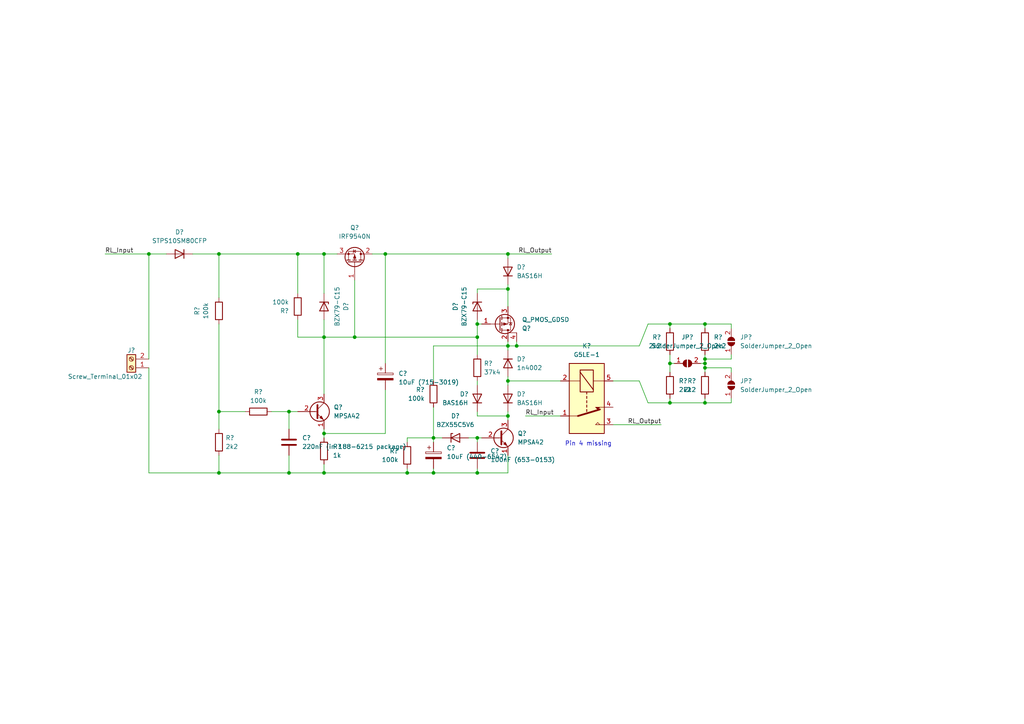
<source format=kicad_sch>
(kicad_sch (version 20211123) (generator eeschema)
  (paper "A4")
  (lib_symbols
    (symbol "Connector:Screw_Terminal_01x02" (pin_names (offset 1.016) hide)
      (property "Reference" "J" (at 0 2.54 0))
      (property "Value" "Screw_Terminal_01x02" (at 0 -5.08 0))
      (symbol "Screw_Terminal_01x02_1_1"
        (rectangle (start -1.27 1.27) (end 1.27 -3.81) (stroke (width 0.254)) (fill (type background)))
        (circle (center 0 -2.54) (radius 0.635) (stroke (width 0.1524)))
        (polyline (pts (xy -0.5334 -2.2098) (xy 0.3302 -3.048)) (stroke (width 0.1524)))
        (polyline (pts (xy -0.5334 0.3302) (xy 0.3302 -0.508)) (stroke (width 0.1524)))
        (polyline (pts (xy -0.3556 -2.032) (xy 0.508 -2.8702)) (stroke (width 0.1524)))
        (polyline (pts (xy -0.3556 0.508) (xy 0.508 -0.3302)) (stroke (width 0.1524)))
        (circle (center 0 0) (radius 0.635) (stroke (width 0.1524)))
        (pin passive line (at -5.08 0 0) (length 3.81) (name "Pin_1") (number "1"))
        (pin passive line (at -5.08 -2.54 0) (length 3.81) (name "Pin_2") (number "2"))
      )
    )
    (symbol "Device:C" (pin_numbers hide) (pin_names (offset 0.254))
      (property "Reference" "C" (at 0.635 2.54 0))
      (property "Value" "C" (at 0.635 -2.54 0))
      (symbol "C_0_1"
        (polyline (pts (xy -2.032 -0.762) (xy 2.032 -0.762)) (stroke (width 0.508)))
        (polyline (pts (xy -2.032 0.762) (xy 2.032 0.762)) (stroke (width 0.508)))
      )
      (symbol "C_1_1"
        (pin passive line (at 0 3.81 270) (length 2.794) (name "~") (number "1"))
        (pin passive line (at 0 -3.81 90) (length 2.794) (name "~") (number "2"))
      )
    )
    (symbol "Device:C_Polarized" (pin_numbers hide) (pin_names (offset 0.254))
      (property "Reference" "C" (at 0.635 2.54 0))
      (property "Value" "C_Polarized" (at 0.635 -2.54 0))
      (symbol "C_Polarized_0_1"
        (rectangle (start -2.286 0.508) (end 2.286 1.016))
        (polyline (pts (xy -1.778 2.286) (xy -0.762 2.286)))
        (polyline (pts (xy -1.27 2.794) (xy -1.27 1.778)))
        (rectangle (start 2.286 -0.508) (end -2.286 -1.016) (fill (type outline)))
      )
      (symbol "C_Polarized_1_1"
        (pin passive line (at 0 3.81 270) (length 2.794) (name "~") (number "1"))
        (pin passive line (at 0 -3.81 90) (length 2.794) (name "~") (number "2"))
      )
    )
    (symbol "Device:D" (pin_numbers hide) (pin_names (offset 1.016) hide)
      (property "Reference" "D" (at 0 2.54 0))
      (property "Value" "D" (at 0 -2.54 0))
      (symbol "D_0_1"
        (polyline (pts (xy -1.27 1.27) (xy -1.27 -1.27)) (stroke (width 0.254)))
        (polyline (pts (xy 1.27 0) (xy -1.27 0)))
        (polyline (pts (xy 1.27 1.27) (xy 1.27 -1.27) (xy -1.27 0) (xy 1.27 1.27)) (stroke (width 0.254)))
      )
      (symbol "D_1_1"
        (pin passive line (at -3.81 0 0) (length 2.54) (name "K") (number "1"))
        (pin passive line (at 3.81 0 180) (length 2.54) (name "A") (number "2"))
      )
    )
    (symbol "Device:D_Zener" (pin_numbers hide) (pin_names (offset 1.016) hide)
      (property "Reference" "D" (at 0 2.54 0))
      (property "Value" "D_Zener" (at 0 -2.54 0))
      (symbol "D_Zener_0_1"
        (polyline (pts (xy 1.27 0) (xy -1.27 0)))
        (polyline (pts (xy -1.27 -1.27) (xy -1.27 1.27) (xy -0.762 1.27)) (stroke (width 0.254)))
        (polyline (pts (xy 1.27 -1.27) (xy 1.27 1.27) (xy -1.27 0) (xy 1.27 -1.27)) (stroke (width 0.254)))
      )
      (symbol "D_Zener_1_1"
        (pin passive line (at -3.81 0 0) (length 2.54) (name "K") (number "1"))
        (pin passive line (at 3.81 0 180) (length 2.54) (name "A") (number "2"))
      )
    )
    (symbol "Device:Q_PMOS_GDSD" (pin_names (offset 0) hide)
      (property "Reference" "Q" (at 5.08 1.27 0))
      (property "Value" "Q_PMOS_GDSD" (at 5.08 -1.27 0))
      (symbol "Q_PMOS_GDSD_0_1"
        (polyline (pts (xy 0.254 0) (xy -2.54 0)))
        (polyline (pts (xy 0.254 1.905) (xy 0.254 -1.905)) (stroke (width 0.254)))
        (polyline (pts (xy 0.762 -1.27) (xy 0.762 -2.286)) (stroke (width 0.254)))
        (polyline (pts (xy 0.762 0.508) (xy 0.762 -0.508)) (stroke (width 0.254)))
        (polyline (pts (xy 0.762 2.286) (xy 0.762 1.27)) (stroke (width 0.254)))
        (polyline (pts (xy 2.54 -2.54) (xy 2.54 0) (xy 0.762 0)))
        (polyline (pts (xy 5.08 2.54) (xy 2.54 2.54) (xy 2.54 1.778)))
        (polyline (pts (xy 0.762 1.778) (xy 3.302 1.778) (xy 3.302 -1.778) (xy 0.762 -1.778)))
        (polyline (pts (xy 2.286 0) (xy 1.27 0.381) (xy 1.27 -0.381) (xy 2.286 0)) (fill (type outline)))
        (polyline (pts (xy 2.794 -0.508) (xy 2.921 -0.381) (xy 3.683 -0.381) (xy 3.81 -0.254)))
        (polyline (pts (xy 3.302 -0.381) (xy 2.921 0.254) (xy 3.683 0.254) (xy 3.302 -0.381)))
        (circle (center 1.651 0) (radius 2.794) (stroke (width 0.254)))
        (circle (center 2.54 -1.778) (radius 0.254) (fill (type outline)))
        (circle (center 2.54 1.778) (radius 0.254) (fill (type outline)))
      )
      (symbol "Q_PMOS_GDSD_1_1"
        (pin input line (at -5.08 0 0) (length 2.54) (name "G") (number "1"))
        (pin passive line (at 2.54 5.08 270) (length 2.54) (name "D") (number "2"))
        (pin passive line (at 2.54 -5.08 90) (length 2.54) (name "S") (number "3"))
        (pin passive line (at 5.08 5.08 270) (length 2.54) (name "D") (number "4"))
      )
    )
    (symbol "Device:R" (pin_numbers hide) (pin_names (offset 0))
      (property "Reference" "R" (at 2.032 0 90))
      (property "Value" "R" (at 0 0 90))
      (symbol "R_0_1"
        (rectangle (start -1.016 -2.54) (end 1.016 2.54) (stroke (width 0.254)))
      )
      (symbol "R_1_1"
        (pin passive line (at 0 3.81 270) (length 1.27) (name "~") (number "1"))
        (pin passive line (at 0 -3.81 90) (length 1.27) (name "~") (number "2"))
      )
    )
    (symbol "Jumper:SolderJumper_2_Open" (pin_names (offset 0) hide)
      (property "Reference" "JP" (at 0 2.032 0))
      (property "Value" "SolderJumper_2_Open" (at 0 -2.54 0))
      (symbol "SolderJumper_2_Open_0_1"
        (arc (start -0.254 1.016) (mid -1.27 0) (end -0.254 -1.016))
        (arc (start -0.254 1.016) (mid -1.27 0) (end -0.254 -1.016) (fill (type outline)))
        (polyline (pts (xy -0.254 1.016) (xy -0.254 -1.016)))
        (polyline (pts (xy 0.254 1.016) (xy 0.254 -1.016)))
        (arc (start 0.254 -1.016) (mid 1.27 0) (end 0.254 1.016))
        (arc (start 0.254 -1.016) (mid 1.27 0) (end 0.254 1.016) (fill (type outline)))
      )
      (symbol "SolderJumper_2_Open_1_1"
        (pin passive line (at -3.81 0 0) (length 2.54) (name "A") (number "1"))
        (pin passive line (at 3.81 0 180) (length 2.54) (name "B") (number "2"))
      )
    )
    (symbol "Relay:G5LE-1"
      (property "Reference" "K" (at 11.43 3.81 0))
      (property "Value" "G5LE-1" (at 11.43 1.27 0))
      (symbol "G5LE-1_0_0"
        (polyline (pts (xy 7.62 5.08) (xy 7.62 2.54) (xy 6.985 3.175) (xy 7.62 3.81)))
      )
      (symbol "G5LE-1_0_1"
        (rectangle (start -10.16 5.08) (end 10.16 -5.08) (stroke (width 0.254)) (fill (type background)))
        (rectangle (start -8.255 1.905) (end -1.905 -1.905) (stroke (width 0.254)))
        (polyline (pts (xy -7.62 -1.905) (xy -2.54 1.905)) (stroke (width 0.254)))
        (polyline (pts (xy -5.08 -5.08) (xy -5.08 -1.905)))
        (polyline (pts (xy -5.08 5.08) (xy -5.08 1.905)))
        (polyline (pts (xy -1.905 0) (xy -1.27 0)) (stroke (width 0.254)))
        (polyline (pts (xy -0.635 0) (xy 0 0)) (stroke (width 0.254)))
        (polyline (pts (xy 0.635 0) (xy 1.27 0)) (stroke (width 0.254)))
        (polyline (pts (xy 1.905 0) (xy 2.54 0)) (stroke (width 0.254)))
        (polyline (pts (xy 3.175 0) (xy 3.81 0)) (stroke (width 0.254)))
        (polyline (pts (xy 5.08 -2.54) (xy 3.175 3.81)) (stroke (width 0.508)))
        (polyline (pts (xy 5.08 -2.54) (xy 5.08 -5.08)))
        (polyline (pts (xy 2.54 5.08) (xy 2.54 2.54) (xy 3.175 3.175) (xy 2.54 3.81)) (fill (type outline)))
      )
      (symbol "G5LE-1_1_1"
        (pin passive line (at 5.08 -7.62 90) (length 2.54) (name "~") (number "1"))
        (pin passive line (at -5.08 -7.62 90) (length 2.54) (name "~") (number "2"))
        (pin passive line (at 7.62 7.62 270) (length 2.54) (name "~") (number "3"))
        (pin passive line (at 2.54 7.62 270) (length 2.54) (name "~") (number "4"))
        (pin passive line (at -5.08 7.62 270) (length 2.54) (name "~") (number "5"))
      )
    )
    (symbol "Transistor_BJT:MPSA42" (pin_names (offset 1.016) hide)
      (property "Reference" "Q" (at 5.08 1.905 0))
      (property "Value" "MPSA42" (at 5.08 0 0))
      (symbol "MPSA42_0_1"
        (polyline (pts (xy 0 0) (xy 0.635 0)))
        (polyline (pts (xy 0.635 0.635) (xy 2.54 2.54)))
        (polyline (pts (xy 0.635 -0.635) (xy 2.54 -2.54) (xy 2.54 -2.54)))
        (polyline (pts (xy 0.635 1.905) (xy 0.635 -1.905) (xy 0.635 -1.905)) (stroke (width 0.508)))
        (polyline (pts (xy 1.27 -1.778) (xy 1.778 -1.27) (xy 2.286 -2.286) (xy 1.27 -1.778) (xy 1.27 -1.778)) (fill (type outline)))
        (circle (center 1.27 0) (radius 2.8194) (stroke (width 0.254)))
      )
      (symbol "MPSA42_1_1"
        (pin passive line (at 2.54 -5.08 90) (length 2.54) (name "E") (number "1"))
        (pin input line (at -5.08 0 0) (length 5.08) (name "B") (number "2"))
        (pin passive line (at 2.54 5.08 270) (length 2.54) (name "C") (number "3"))
      )
    )
    (symbol "Transistor_FET:IRF9540N" (pin_names hide)
      (property "Reference" "Q" (at 5.08 1.905 0))
      (property "Value" "IRF9540N" (at 5.08 0 0))
      (symbol "IRF9540N_0_1"
        (polyline (pts (xy 0.254 0) (xy -2.54 0)))
        (polyline (pts (xy 0.254 1.905) (xy 0.254 -1.905)) (stroke (width 0.254)))
        (polyline (pts (xy 0.762 -1.27) (xy 0.762 -2.286)) (stroke (width 0.254)))
        (polyline (pts (xy 0.762 0.508) (xy 0.762 -0.508)) (stroke (width 0.254)))
        (polyline (pts (xy 0.762 2.286) (xy 0.762 1.27)) (stroke (width 0.254)))
        (polyline (pts (xy 2.54 2.54) (xy 2.54 1.778)))
        (polyline (pts (xy 2.54 -2.54) (xy 2.54 0) (xy 0.762 0)))
        (polyline (pts (xy 0.762 1.778) (xy 3.302 1.778) (xy 3.302 -1.778) (xy 0.762 -1.778)))
        (polyline (pts (xy 2.286 0) (xy 1.27 0.381) (xy 1.27 -0.381) (xy 2.286 0)) (fill (type outline)))
        (polyline (pts (xy 2.794 -0.508) (xy 2.921 -0.381) (xy 3.683 -0.381) (xy 3.81 -0.254)))
        (polyline (pts (xy 3.302 -0.381) (xy 2.921 0.254) (xy 3.683 0.254) (xy 3.302 -0.381)))
        (circle (center 1.651 0) (radius 2.794) (stroke (width 0.254)))
        (circle (center 2.54 -1.778) (radius 0.254) (fill (type outline)))
        (circle (center 2.54 1.778) (radius 0.254) (fill (type outline)))
      )
      (symbol "IRF9540N_1_1"
        (pin input line (at -5.08 0 0) (length 2.54) (name "G") (number "1"))
        (pin passive line (at 2.54 5.08 270) (length 2.54) (name "D") (number "2"))
        (pin passive line (at 2.54 -5.08 90) (length 2.54) (name "S") (number "3"))
      )
    )
  )
  (junction (at 194.31 116.84))
  (junction (at 147.32 120.65))
  (junction (at 147.32 73.66))
  (junction (at 204.47 105.41))
  (junction (at 138.43 137.16))
  (junction (at 204.47 93.98))
  (junction (at 86.36 73.66))
  (junction (at 118.11 137.16))
  (junction (at 125.73 137.16))
  (junction (at 204.47 104.14))
  (junction (at 83.82 119.38))
  (junction (at 125.73 127))
  (junction (at 93.98 125.73))
  (junction (at 194.31 93.98))
  (junction (at 147.32 110.49))
  (junction (at 63.5 73.66))
  (junction (at 93.98 137.16))
  (junction (at 138.43 93.98))
  (junction (at 147.32 100.33))
  (junction (at 204.47 116.84))
  (junction (at 83.82 137.16))
  (junction (at 147.32 83.82))
  (junction (at 93.98 97.79))
  (junction (at 138.43 97.79))
  (junction (at 111.76 73.66))
  (junction (at 93.98 73.66))
  (junction (at 149.86 100.33))
  (junction (at 63.5 137.16))
  (junction (at 63.5 119.38))
  (junction (at 138.43 127))
  (junction (at 194.31 105.41))
  (junction (at 43.18 73.66))
  (junction (at 102.87 97.79))
  (junction (at 204.47 106.68))
  (wire (pts (xy 147.32 110.49) (xy 147.32 111.76)))
  (wire (pts (xy 138.43 119.38) (xy 138.43 120.65)))
  (wire (pts (xy 111.76 73.66) (xy 111.76 105.41)))
  (wire (pts (xy 63.5 73.66) (xy 63.5 86.36)))
  (wire (pts (xy 125.73 127) (xy 128.27 127)))
  (wire (pts (xy 118.11 127) (xy 125.73 127)))
  (wire (pts (xy 83.82 137.16) (xy 93.98 137.16)))
  (wire (pts (xy 63.5 119.38) (xy 63.5 124.46)))
  (wire (pts (xy 212.09 116.84) (xy 212.09 115.57)))
  (wire (pts (xy 86.36 92.71) (xy 86.36 97.79)))
  (wire (pts (xy 204.47 104.14) (xy 212.09 104.14)))
  (wire (pts (xy 138.43 93.98) (xy 139.7 93.98)))
  (wire (pts (xy 107.95 73.66) (xy 111.76 73.66)))
  (wire (pts (xy 93.98 124.46) (xy 93.98 125.73)))
  (wire (pts (xy 147.32 119.38) (xy 147.32 120.65)))
  (wire (pts (xy 194.31 105.41) (xy 195.58 105.41)))
  (wire (pts (xy 194.31 105.41) (xy 194.31 107.95)))
  (wire (pts (xy 125.73 100.33) (xy 125.73 110.49)))
  (wire (pts (xy 147.32 120.65) (xy 147.32 121.92)))
  (wire (pts (xy 204.47 115.57) (xy 204.47 116.84)))
  (wire (pts (xy 212.09 93.98) (xy 212.09 95.25)))
  (wire (pts (xy 118.11 127) (xy 118.11 128.27)))
  (wire (pts (xy 212.09 116.84) (xy 204.47 116.84)))
  (wire (pts (xy 43.18 104.14) (xy 43.18 73.66)))
  (wire (pts (xy 111.76 73.66) (xy 147.32 73.66)))
  (wire (pts (xy 135.89 127) (xy 138.43 127)))
  (wire (pts (xy 93.98 134.62) (xy 93.98 137.16)))
  (wire (pts (xy 177.8 123.19) (xy 191.77 123.19)))
  (wire (pts (xy 63.5 132.08) (xy 63.5 137.16)))
  (wire (pts (xy 93.98 73.66) (xy 97.79 73.66)))
  (wire (pts (xy 86.36 73.66) (xy 86.36 85.09)))
  (wire (pts (xy 147.32 83.82) (xy 147.32 88.9)))
  (wire (pts (xy 147.32 99.06) (xy 147.32 100.33)))
  (wire (pts (xy 93.98 125.73) (xy 93.98 127)))
  (wire (pts (xy 102.87 97.79) (xy 102.87 81.28)))
  (wire (pts (xy 194.31 102.87) (xy 194.31 105.41)))
  (wire (pts (xy 147.32 100.33) (xy 149.86 100.33)))
  (wire (pts (xy 185.42 110.49) (xy 187.96 116.84)))
  (wire (pts (xy 93.98 97.79) (xy 93.98 114.3)))
  (wire (pts (xy 177.8 110.49) (xy 185.42 110.49)))
  (wire (pts (xy 204.47 105.41) (xy 203.2 105.41)))
  (wire (pts (xy 147.32 100.33) (xy 147.32 101.6)))
  (wire (pts (xy 204.47 95.25) (xy 204.47 93.98)))
  (wire (pts (xy 83.82 119.38) (xy 86.36 119.38)))
  (wire (pts (xy 147.32 132.08) (xy 147.32 137.16)))
  (wire (pts (xy 111.76 113.03) (xy 111.76 125.73)))
  (wire (pts (xy 63.5 119.38) (xy 71.12 119.38)))
  (wire (pts (xy 138.43 110.49) (xy 138.43 111.76)))
  (wire (pts (xy 83.82 119.38) (xy 83.82 124.46)))
  (wire (pts (xy 149.86 99.06) (xy 149.86 100.33)))
  (wire (pts (xy 149.86 100.33) (xy 185.42 100.33)))
  (wire (pts (xy 204.47 107.95) (xy 204.47 106.68)))
  (wire (pts (xy 43.18 137.16) (xy 63.5 137.16)))
  (wire (pts (xy 93.98 97.79) (xy 102.87 97.79)))
  (wire (pts (xy 147.32 73.66) (xy 160.02 73.66)))
  (wire (pts (xy 138.43 83.82) (xy 147.32 83.82)))
  (wire (pts (xy 102.87 97.79) (xy 138.43 97.79)))
  (wire (pts (xy 147.32 110.49) (xy 162.56 110.49)))
  (wire (pts (xy 125.73 137.16) (xy 138.43 137.16)))
  (wire (pts (xy 147.32 82.55) (xy 147.32 83.82)))
  (wire (pts (xy 138.43 83.82) (xy 138.43 85.09)))
  (wire (pts (xy 138.43 135.89) (xy 138.43 137.16)))
  (wire (pts (xy 138.43 92.71) (xy 138.43 93.98)))
  (wire (pts (xy 30.48 73.66) (xy 43.18 73.66)))
  (wire (pts (xy 138.43 120.65) (xy 147.32 120.65)))
  (wire (pts (xy 204.47 105.41) (xy 204.47 106.68)))
  (wire (pts (xy 63.5 73.66) (xy 86.36 73.66)))
  (wire (pts (xy 125.73 100.33) (xy 147.32 100.33)))
  (wire (pts (xy 147.32 109.22) (xy 147.32 110.49)))
  (wire (pts (xy 86.36 97.79) (xy 93.98 97.79)))
  (wire (pts (xy 187.96 93.98) (xy 194.31 93.98)))
  (wire (pts (xy 204.47 102.87) (xy 204.47 104.14)))
  (wire (pts (xy 125.73 127) (xy 125.73 128.27)))
  (wire (pts (xy 147.32 73.66) (xy 147.32 74.93)))
  (wire (pts (xy 204.47 106.68) (xy 212.09 106.68)))
  (wire (pts (xy 138.43 127) (xy 138.43 128.27)))
  (wire (pts (xy 63.5 73.66) (xy 55.88 73.66)))
  (wire (pts (xy 63.5 93.98) (xy 63.5 119.38)))
  (wire (pts (xy 83.82 132.08) (xy 83.82 137.16)))
  (wire (pts (xy 185.42 100.33) (xy 187.96 93.98)))
  (wire (pts (xy 138.43 93.98) (xy 138.43 97.79)))
  (wire (pts (xy 78.74 119.38) (xy 83.82 119.38)))
  (wire (pts (xy 138.43 137.16) (xy 147.32 137.16)))
  (wire (pts (xy 63.5 137.16) (xy 83.82 137.16)))
  (wire (pts (xy 212.09 102.87) (xy 212.09 104.14)))
  (wire (pts (xy 118.11 137.16) (xy 125.73 137.16)))
  (wire (pts (xy 212.09 93.98) (xy 204.47 93.98)))
  (wire (pts (xy 212.09 107.95) (xy 212.09 106.68)))
  (wire (pts (xy 204.47 104.14) (xy 204.47 105.41)))
  (wire (pts (xy 93.98 137.16) (xy 118.11 137.16)))
  (wire (pts (xy 86.36 73.66) (xy 93.98 73.66)))
  (wire (pts (xy 204.47 93.98) (xy 194.31 93.98)))
  (wire (pts (xy 43.18 73.66) (xy 48.26 73.66)))
  (wire (pts (xy 194.31 115.57) (xy 194.31 116.84)))
  (wire (pts (xy 194.31 93.98) (xy 194.31 95.25)))
  (wire (pts (xy 125.73 118.11) (xy 125.73 127)))
  (wire (pts (xy 187.96 116.84) (xy 194.31 116.84)))
  (wire (pts (xy 43.18 106.68) (xy 43.18 137.16)))
  (wire (pts (xy 204.47 116.84) (xy 194.31 116.84)))
  (wire (pts (xy 93.98 73.66) (xy 93.98 85.09)))
  (wire (pts (xy 118.11 135.89) (xy 118.11 137.16)))
  (wire (pts (xy 125.73 135.89) (xy 125.73 137.16)))
  (wire (pts (xy 138.43 127) (xy 139.7 127)))
  (wire (pts (xy 93.98 92.71) (xy 93.98 97.79)))
  (wire (pts (xy 93.98 125.73) (xy 111.76 125.73)))
  (wire (pts (xy 138.43 97.79) (xy 138.43 102.87)))
  (wire (pts (xy 152.4 120.65) (xy 162.56 120.65)))
  (text "Pin 4 missing" (at 163.83 129.54 0) (effects (font (size 1.27 1.27)) (justify left bottom)))
  (label "RL_Output" (at 160.02 73.66 180))
  (label "RL_Input" (at 152.4 120.65 0))
  (label "RL_Input" (at 30.48 73.66 0))
  (label "RL_Output" (at 191.77 123.19 180))
  (symbol (lib_id "Device:R") (at 63.5 90.17 180) (unit 1)
    (property "Reference" "R?" (at 57.15 90.17 90))
    (property "Value" "100k" (at 59.69 90.17 90))
  )
  (symbol (lib_id "Transistor_FET:IRF9540N") (at 102.87 76.2 270) (mirror x) (unit 1)
    (property "Reference" "Q?" (at 102.87 66.04 90))
    (property "Value" "IRF9540N" (at 102.87 68.58 90))
    (property "Footprint" "Package_TO_SOT_THT:TO-220-3_Vertical" (effects hide))
    (property "Datasheet" "http://www.irf.com/product-info/datasheets/data/irf9540n.pdf" (effects hide))
  )
  (symbol (lib_id "Device:D_Zener") (at 93.98 88.9 270) (unit 1)
    (property "Reference" "D?" (at 100.33 88.9 0))
    (property "Value" "BZX79-C15" (at 97.79 88.9 0))
  )
  (symbol (lib_id "Device:R") (at 125.73 114.3 0) (mirror x) (unit 1)
    (property "Reference" "R?" (at 123.19 113.0299 0) (effects (justify right)))
    (property "Value" "100k" (at 123.19 115.5699 0) (effects (justify right)))
  )
  (symbol (lib_id "Relay:G5LE-1") (at 170.18 115.57 270) (unit 1)
    (property "Reference" "K?" (at 170.18 100.33 90))
    (property "Value" "G5LE-1" (at 170.18 102.87 90))
    (property "Footprint" "Relay_THT:Relay_SPDT_Omron-G5LE-1" (effects hide))
    (property "Datasheet" "http://www.omron.com/ecb/products/pdf/en-g5le.pdf" (effects hide))
  )
  (symbol (lib_id "Device:R") (at 63.5 128.27 180) (unit 1)
    (property "Reference" "R?" (at 65.405 126.9999 0) (effects (justify right)))
    (property "Value" "2k2" (at 65.405 129.5399 0) (effects (justify right)))
  )
  (symbol (lib_id "Device:D") (at 147.32 78.74 90) (unit 1)
    (property "Reference" "D?" (at 149.86 77.4699 90) (effects (justify right)))
    (property "Value" "BAS16H" (at 149.86 80.0099 90) (effects (justify right)))
  )
  (symbol (lib_id "Device:C_Polarized") (at 111.76 109.22 0) (unit 1)
    (property "Reference" "C?" (at 115.57 108.3309 0) (effects (justify left)))
    (property "Value" "10uF (715-3019)" (at 115.57 110.8709 0) (effects (justify left)))
  )
  (symbol (lib_id "Device:R") (at 204.47 111.76 0) (mirror x) (unit 1)
    (property "Reference" "R?" (at 201.93 110.4899 0) (effects (justify right)))
    (property "Value" "2k2" (at 201.93 113.0299 0) (effects (justify right)))
  )
  (symbol (lib_id "Device:R") (at 138.43 106.68 180) (unit 1)
    (property "Reference" "R?" (at 140.335 105.4099 0) (effects (justify right)))
    (property "Value" "37k4" (at 140.335 107.9499 0) (effects (justify right)))
  )
  (symbol (lib_id "Device:R") (at 204.47 99.06 180) (unit 1)
    (property "Reference" "R?" (at 207.01 97.7899 0) (effects (justify right)))
    (property "Value" "2k2" (at 207.01 100.3299 0) (effects (justify right)))
  )
  (symbol (lib_id "Connector:Screw_Terminal_01x02") (at 38.1 106.68 180) (unit 1)
    (property "Reference" "J?" (at 38.1 101.6 0))
    (property "Value" "Screw_Terminal_01x02" (at 30.48 109.22 0))
    (property "Footprint" "TerminalBlock:TerminalBlock_Altech_AK300-2_P5.00mm" (effects hide))
  )
  (symbol (lib_id "Device:R") (at 74.93 119.38 270) (unit 1)
    (property "Reference" "R?" (at 74.93 113.665 90))
    (property "Value" "100k" (at 74.93 116.205 90))
  )
  (symbol (lib_id "Device:R") (at 93.98 130.81 180) (unit 1)
    (property "Reference" "R?" (at 96.52 129.5399 0) (effects (justify right)))
    (property "Value" "1k" (at 96.52 132.0799 0) (effects (justify right)))
  )
  (symbol (lib_id "Device:Q_PMOS_GDSD") (at 144.78 93.98 0) (mirror x) (unit 1)
    (property "Reference" "Q?" (at 151.384 95.2501 0) (effects (justify left)))
    (property "Value" "Q_PMOS_GDSD" (at 151.384 92.7101 0) (effects (justify left)))
  )
  (symbol (lib_id "Device:D_Zener") (at 138.43 88.9 90) (mirror x) (unit 1)
    (property "Reference" "D?" (at 132.08 88.9 0))
    (property "Value" "BZX79-C15" (at 134.62 88.9 0))
  )
  (symbol (lib_id "Device:R") (at 118.11 132.08 0) (mirror x) (unit 1)
    (property "Reference" "R?" (at 115.57 130.8099 0) (effects (justify right)))
    (property "Value" "100k" (at 115.57 133.3499 0) (effects (justify right)))
  )
  (symbol (lib_id "Device:D") (at 52.07 73.66 180) (unit 1)
    (property "Reference" "D?" (at 52.07 67.31 0))
    (property "Value" "STPS10SM80CFP" (at 52.07 69.85 0))
  )
  (symbol (lib_id "Device:R") (at 194.31 99.06 0) (mirror x) (unit 1)
    (property "Reference" "R?" (at 191.77 97.7899 0) (effects (justify right)))
    (property "Value" "2k2" (at 191.77 100.3299 0) (effects (justify right)))
  )
  (symbol (lib_id "Transistor_BJT:MPSA42") (at 144.78 127 0) (unit 1)
    (property "Reference" "Q?" (at 150.114 125.7299 0) (effects (justify left)))
    (property "Value" "MPSA42" (at 150.114 128.2699 0) (effects (justify left)))
    (property "Footprint" "Package_TO_SOT_THT:TO-92_Inline" (effects hide))
    (property "Datasheet" "http://www.onsemi.com/pub_link/Collateral/MPSA42-D.PDF" (effects hide))
  )
  (symbol (lib_id "Transistor_BJT:MPSA42") (at 91.44 119.38 0) (unit 1)
    (property "Reference" "Q?" (at 96.774 118.1099 0) (effects (justify left)))
    (property "Value" "MPSA42" (at 96.774 120.6499 0) (effects (justify left)))
    (property "Footprint" "Package_TO_SOT_THT:TO-92_Inline" (effects hide))
    (property "Datasheet" "http://www.onsemi.com/pub_link/Collateral/MPSA42-D.PDF" (effects hide))
  )
  (symbol (lib_id "Device:C") (at 83.82 128.27 0) (unit 1)
    (property "Reference" "C?" (at 87.63 126.9999 0) (effects (justify left)))
    (property "Value" "220nF (in 188-6215 package)" (at 87.63 129.5399 0) (effects (justify left)))
  )
  (symbol (lib_id "Jumper:SolderJumper_2_Open") (at 212.09 99.06 90) (unit 1)
    (property "Reference" "JP?" (at 214.63 97.7899 90) (effects (justify right)))
    (property "Value" "SolderJumper_2_Open" (at 214.63 100.3299 90) (effects (justify right)))
  )
  (symbol (lib_id "Device:R") (at 194.31 111.76 180) (unit 1)
    (property "Reference" "R?" (at 196.85 110.4899 0) (effects (justify right)))
    (property "Value" "2k2" (at 196.85 113.0299 0) (effects (justify right)))
  )
  (symbol (lib_id "Device:D") (at 147.32 105.41 270) (unit 1)
    (property "Reference" "D?" (at 149.86 104.1399 90) (effects (justify left)))
    (property "Value" "1n4002" (at 149.86 106.6799 90) (effects (justify left)))
  )
  (symbol (lib_id "Device:C") (at 138.43 132.08 0) (unit 1)
    (property "Reference" "C?" (at 142.24 130.8099 0) (effects (justify left)))
    (property "Value" "100nF (653-0153)" (at 142.24 133.3499 0) (effects (justify left)))
  )
  (symbol (lib_id "Device:C_Polarized") (at 125.73 132.08 0) (unit 1)
    (property "Reference" "C?" (at 129.54 129.9209 0) (effects (justify left)))
    (property "Value" "10uF (440-6547)" (at 129.54 132.4609 0) (effects (justify left)))
  )
  (symbol (lib_id "Device:D") (at 138.43 115.57 90) (unit 1)
    (property "Reference" "D?" (at 133.35 114.3 90) (effects (justify right)))
    (property "Value" "BAS16H" (at 128.27 116.84 90) (effects (justify right)))
  )
  (symbol (lib_id "Device:D") (at 147.32 115.57 90) (unit 1)
    (property "Reference" "D?" (at 149.86 114.2999 90) (effects (justify right)))
    (property "Value" "BAS16H" (at 149.86 116.8399 90) (effects (justify right)))
  )
  (symbol (lib_id "Jumper:SolderJumper_2_Open") (at 212.09 111.76 90) (unit 1)
    (property "Reference" "JP?" (at 214.63 110.4899 90) (effects (justify right)))
    (property "Value" "SolderJumper_2_Open" (at 214.63 113.0299 90) (effects (justify right)))
  )
  (symbol (lib_id "Device:R") (at 86.36 88.9 0) (unit 1)
    (property "Reference" "R?" (at 83.82 90.1701 0) (effects (justify right)))
    (property "Value" "100k" (at 83.82 87.6301 0) (effects (justify right)))
  )
  (symbol (lib_id "Jumper:SolderJumper_2_Open") (at 199.39 105.41 0) (unit 1)
    (property "Reference" "JP?" (at 199.39 97.79 0))
    (property "Value" "SolderJumper_2_Open" (at 199.39 100.33 0))
  )
  (symbol (lib_id "Device:D_Zener") (at 132.08 127 0) (unit 1)
    (property "Reference" "D?" (at 132.08 120.65 0))
    (property "Value" "BZX55C5V6" (at 132.08 123.19 0))
  )
)
</source>
